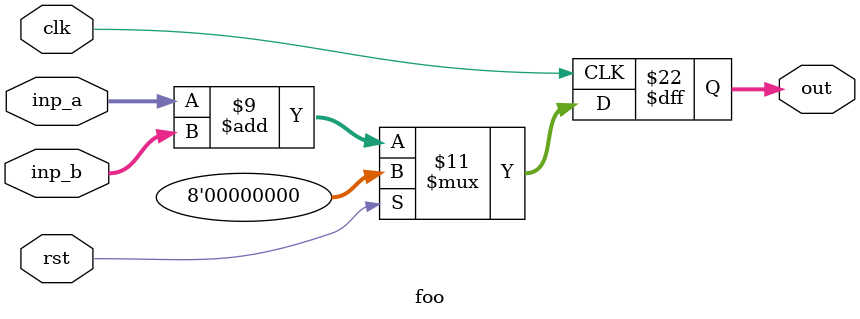
<source format=v>
function [7:0] do_add;
  input [7:0] inp_a;
  input [7:0] inp_b;

  do_add = inp_a + inp_b;

endfunction

module foo(clk, rst, inp_a, inp_b, out);
  input  wire clk;
  input  wire rst;
  input  wire [7:0] inp_a;
  input  wire [7:0] inp_b;
  output wire [7:0] out;

  always @(posedge clk)
    if (rst) out <= 0;
    else     out <= do_add (* combinational_adder *) (inp_a, inp_b);

endmodule


</source>
